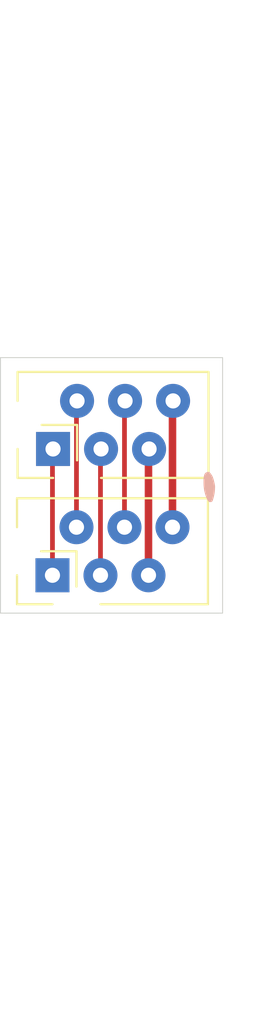
<source format=kicad_pcb>
(kicad_pcb (version 20171130) (host pcbnew 5.0.2-bee76a0~70~ubuntu18.04.1)

  (general
    (thickness 1.6)
    (drawings 4)
    (tracks 12)
    (zones 0)
    (modules 5)
    (nets 1)
  )

  (page A4)
  (layers
    (0 F.Cu signal)
    (31 B.Cu signal)
    (32 B.Adhes user)
    (33 F.Adhes user)
    (34 B.Paste user)
    (35 F.Paste user)
    (36 B.SilkS user)
    (37 F.SilkS user)
    (38 B.Mask user)
    (39 F.Mask user)
    (40 Dwgs.User user)
    (41 Cmts.User user)
    (42 Eco1.User user)
    (43 Eco2.User user)
    (44 Edge.Cuts user)
    (45 Margin user)
    (46 B.CrtYd user)
    (47 F.CrtYd user)
    (48 B.Fab user)
    (49 F.Fab user)
  )

  (setup
    (last_trace_width 0.25)
    (trace_clearance 0.2)
    (zone_clearance 0.508)
    (zone_45_only no)
    (trace_min 0.2)
    (segment_width 0.2)
    (edge_width 0.05)
    (via_size 0.8)
    (via_drill 0.4)
    (via_min_size 0.4)
    (via_min_drill 0.3)
    (uvia_size 0.3)
    (uvia_drill 0.1)
    (uvias_allowed no)
    (uvia_min_size 0.2)
    (uvia_min_drill 0.1)
    (pcb_text_width 0.3)
    (pcb_text_size 1.5 1.5)
    (mod_edge_width 0.12)
    (mod_text_size 1 1)
    (mod_text_width 0.15)
    (pad_size 1.524 1.524)
    (pad_drill 0.762)
    (pad_to_mask_clearance 0.051)
    (solder_mask_min_width 0.25)
    (aux_axis_origin 0 0)
    (visible_elements FFFBFF7F)
    (pcbplotparams
      (layerselection 0x010fc_ffffffff)
      (usegerberextensions false)
      (usegerberattributes false)
      (usegerberadvancedattributes false)
      (creategerberjobfile false)
      (excludeedgelayer true)
      (linewidth 0.150000)
      (plotframeref false)
      (viasonmask false)
      (mode 1)
      (useauxorigin false)
      (hpglpennumber 1)
      (hpglpenspeed 20)
      (hpglpendiameter 15.000000)
      (psnegative false)
      (psa4output false)
      (plotreference true)
      (plotvalue true)
      (plotinvisibletext false)
      (padsonsilk false)
      (subtractmaskfromsilk false)
      (outputformat 1)
      (mirror false)
      (drillshape 0)
      (scaleselection 1)
      (outputdirectory ""))
  )

  (net 0 "")

  (net_class Default "This is the default net class."
    (clearance 0.2)
    (trace_width 0.25)
    (via_dia 0.8)
    (via_drill 0.4)
    (uvia_dia 0.3)
    (uvia_drill 0.1)
  )

  (module custom_lib:TE-Connectivity_Micro-Match_connector_02x03_Pitch_1.27mm (layer F.Cu) (tedit 59BA7DB1) (tstamp 5CD5AB9F)
    (at 136.9695 88.0745 90)
    (descr "TE-Connectivity Micro-Match connector, female, 02x02, board mount, 1.27mm pitch, 215079-6")
    (tags "connector, TE-Connectivity, female")
    (fp_text reference REF** (at -2.8205 2.5875 180) (layer F.SilkS) hide
      (effects (font (size 1 1) (thickness 0.15)))
    )
    (fp_text value TE-Connectivity_Micro-Match_connector_02x03_Pitch_1.27mm (at 0 9.8 90) (layer F.Fab)
      (effects (font (size 1 1) (thickness 0.15)))
    )
    (fp_line (start -1.8 8.725) (end -1.8 -2.475) (layer F.CrtYd) (width 0.05))
    (fp_line (start -1.8 8.725) (end 4.4 8.725) (layer F.CrtYd) (width 0.05))
    (fp_line (start -1.53 2.54) (end -1.53 8.225) (layer F.SilkS) (width 0.12))
    (fp_line (start -1.33 -1.675) (end -1.33 8.025) (layer F.Fab) (width 0.1))
    (fp_line (start -1.33 8.025) (end 3.87 8.025) (layer F.Fab) (width 0.1))
    (fp_line (start 3.87 -1.675) (end 3.87 8.025) (layer F.Fab) (width 0.1))
    (fp_line (start -1.33 -1.675) (end 3.87 -1.675) (layer F.Fab) (width 0.1))
    (fp_line (start -1.53 8.225) (end 4.07 8.225) (layer F.SilkS) (width 0.12))
    (fp_line (start 4.07 -1.875) (end 4.07 8.225) (layer F.SilkS) (width 0.12))
    (fp_line (start 2.54 -1.875) (end 4.07 -1.875) (layer F.SilkS) (width 0.12))
    (fp_line (start 1.27 -0.6) (end 1.27 1.27) (layer F.SilkS) (width 0.12))
    (fp_line (start 1.27 1.27) (end -0.6 1.27) (layer F.SilkS) (width 0.12))
    (fp_line (start -1.53 0) (end -1.53 -1.875) (layer F.SilkS) (width 0.12))
    (fp_line (start -1.53 -1.875) (end 0 -1.875) (layer F.SilkS) (width 0.12))
    (fp_line (start 4.4 8.725) (end 4.4 -2.475) (layer F.CrtYd) (width 0.05))
    (fp_line (start -1.8 -2.475) (end 4.4 -2.475) (layer F.CrtYd) (width 0.05))
    (fp_text user %R (at -2.8205 2.5875 180) (layer F.Fab)
      (effects (font (size 1 1) (thickness 0.15)))
    )
    (pad 6 thru_hole circle (at 2.54 6.35 90) (size 1.8 1.8) (drill 0.8001) (layers *.Cu *.Mask))
    (pad 5 thru_hole circle (at 0 5.08 90) (size 1.8 1.8) (drill 0.8001) (layers *.Cu *.Mask))
    (pad 1 thru_hole rect (at 0 0 90) (size 1.8 1.8) (drill 0.8001) (layers *.Cu *.Mask))
    (pad 2 thru_hole circle (at 2.54 1.27 90) (size 1.8 1.8) (drill 0.8001) (layers *.Cu *.Mask))
    (pad 3 thru_hole circle (at 0 2.54 90) (size 1.8 1.8) (drill 0.8001) (layers *.Cu *.Mask))
    (pad 4 thru_hole circle (at 2.54 3.81 90) (size 1.8 1.8) (drill 0.8001) (layers *.Cu *.Mask))
    (pad "" np_thru_hole circle (at 1.8 -1.4 90) (size 1.5001 1.5001) (drill 1.5001) (layers *.Cu *.Mask))
    (model ../../_3Dmodels/Connectors_TE-Connectivity.3dshapes/c-215079-4-t-3d.wrl
      (at (xyz 0 0 0))
      (scale (xyz 1 1 1))
      (rotate (xyz 0 0 0))
    )
  )

  (module custom_lib:TE-Connectivity_Micro-Match_connector_02x03_Pitch_1.27mm (layer F.Cu) (tedit 59BA7DB1) (tstamp 5C613BDB)
    (at 136.9385 94.7475 90)
    (descr "TE-Connectivity Micro-Match connector, female, 02x02, board mount, 1.27mm pitch, 215079-6")
    (tags "connector, TE-Connectivity, female")
    (fp_text reference REF** (at -2.8205 2.5875 180) (layer F.SilkS) hide
      (effects (font (size 1 1) (thickness 0.15)))
    )
    (fp_text value TE-Connectivity_Micro-Match_connector_02x03_Pitch_1.27mm (at 0 9.8 90) (layer F.Fab)
      (effects (font (size 1 1) (thickness 0.15)))
    )
    (fp_text user %R (at -2.8205 2.5875 180) (layer F.Fab)
      (effects (font (size 1 1) (thickness 0.15)))
    )
    (fp_line (start -1.8 -2.475) (end 4.4 -2.475) (layer F.CrtYd) (width 0.05))
    (fp_line (start 4.4 8.725) (end 4.4 -2.475) (layer F.CrtYd) (width 0.05))
    (fp_line (start -1.53 -1.875) (end 0 -1.875) (layer F.SilkS) (width 0.12))
    (fp_line (start -1.53 0) (end -1.53 -1.875) (layer F.SilkS) (width 0.12))
    (fp_line (start 1.27 1.27) (end -0.6 1.27) (layer F.SilkS) (width 0.12))
    (fp_line (start 1.27 -0.6) (end 1.27 1.27) (layer F.SilkS) (width 0.12))
    (fp_line (start 2.54 -1.875) (end 4.07 -1.875) (layer F.SilkS) (width 0.12))
    (fp_line (start 4.07 -1.875) (end 4.07 8.225) (layer F.SilkS) (width 0.12))
    (fp_line (start -1.53 8.225) (end 4.07 8.225) (layer F.SilkS) (width 0.12))
    (fp_line (start -1.33 -1.675) (end 3.87 -1.675) (layer F.Fab) (width 0.1))
    (fp_line (start 3.87 -1.675) (end 3.87 8.025) (layer F.Fab) (width 0.1))
    (fp_line (start -1.33 8.025) (end 3.87 8.025) (layer F.Fab) (width 0.1))
    (fp_line (start -1.33 -1.675) (end -1.33 8.025) (layer F.Fab) (width 0.1))
    (fp_line (start -1.53 2.54) (end -1.53 8.225) (layer F.SilkS) (width 0.12))
    (fp_line (start -1.8 8.725) (end 4.4 8.725) (layer F.CrtYd) (width 0.05))
    (fp_line (start -1.8 8.725) (end -1.8 -2.475) (layer F.CrtYd) (width 0.05))
    (pad "" np_thru_hole circle (at 1.8 -1.4 90) (size 1.5001 1.5001) (drill 1.5001) (layers *.Cu *.Mask))
    (pad 4 thru_hole circle (at 2.54 3.81 90) (size 1.8 1.8) (drill 0.8001) (layers *.Cu *.Mask))
    (pad 3 thru_hole circle (at 0 2.54 90) (size 1.8 1.8) (drill 0.8001) (layers *.Cu *.Mask))
    (pad 2 thru_hole circle (at 2.54 1.27 90) (size 1.8 1.8) (drill 0.8001) (layers *.Cu *.Mask))
    (pad 1 thru_hole rect (at 0 0 90) (size 1.8 1.8) (drill 0.8001) (layers *.Cu *.Mask))
    (pad 5 thru_hole circle (at 0 5.08 90) (size 1.8 1.8) (drill 0.8001) (layers *.Cu *.Mask))
    (pad 6 thru_hole circle (at 2.54 6.35 90) (size 1.8 1.8) (drill 0.8001) (layers *.Cu *.Mask))
    (model ../../_3Dmodels/Connectors_TE-Connectivity.3dshapes/c-215079-4-t-3d.wrl
      (at (xyz 0 0 0))
      (scale (xyz 1 1 1))
      (rotate (xyz 0 0 0))
    )
  )

  (module custom_lib:R1_face_mask_5.5mm (layer B.Cu) (tedit 5A75A9C8) (tstamp 5C614341)
    (at 143.129 90.1065)
    (fp_text reference G*** (at 0 0) (layer B.SilkS) hide
      (effects (font (size 1.524 1.524) (thickness 0.3)) (justify mirror))
    )
    (fp_text value LOGO (at 0.75 0) (layer B.SilkS) hide
      (effects (font (size 1.524 1.524) (thickness 0.3)) (justify mirror))
    )
    (fp_poly (pts (xy 0.111411 2.752342) (xy 0.160303 2.750966) (xy 0.201791 2.748773) (xy 0.204248 2.748596)
      (xy 0.37073 2.731383) (xy 0.534856 2.704381) (xy 0.696263 2.667764) (xy 0.854589 2.621703)
      (xy 1.00947 2.566372) (xy 1.160545 2.501944) (xy 1.307451 2.42859) (xy 1.449824 2.346485)
      (xy 1.587304 2.255801) (xy 1.719526 2.15671) (xy 1.846128 2.049386) (xy 1.966748 1.934001)
      (xy 2.011488 1.887494) (xy 2.122388 1.762198) (xy 2.224852 1.63132) (xy 2.318766 1.495106)
      (xy 2.404014 1.353803) (xy 2.480485 1.207656) (xy 2.548064 1.056909) (xy 2.606637 0.90181)
      (xy 2.65609 0.742604) (xy 2.69631 0.579535) (xy 2.727184 0.412851) (xy 2.741027 0.31242)
      (xy 2.743688 0.284386) (xy 2.746056 0.247842) (xy 2.748107 0.204435) (xy 2.749818 0.155812)
      (xy 2.751168 0.103621) (xy 2.752131 0.049507) (xy 2.752687 -0.004881) (xy 2.75281 -0.057898)
      (xy 2.752479 -0.107897) (xy 2.751671 -0.153229) (xy 2.750362 -0.19225) (xy 2.748529 -0.223311)
      (xy 2.748521 -0.223409) (xy 2.730425 -0.387738) (xy 2.702523 -0.549947) (xy 2.665024 -0.709636)
      (xy 2.618137 -0.866405) (xy 2.562068 -1.019853) (xy 2.497026 -1.16958) (xy 2.42322 -1.315186)
      (xy 2.340858 -1.456271) (xy 2.250147 -1.592433) (xy 2.151295 -1.723273) (xy 2.044512 -1.848391)
      (xy 1.930005 -1.967385) (xy 1.807982 -2.079856) (xy 1.763827 -2.117365) (xy 1.632339 -2.220164)
      (xy 1.495556 -2.31437) (xy 1.35382 -2.399844) (xy 1.207475 -2.476444) (xy 1.056863 -2.54403)
      (xy 0.902328 -2.602462) (xy 0.744213 -2.651599) (xy 0.582861 -2.6913) (xy 0.418615 -2.721425)
      (xy 0.251818 -2.741834) (xy 0.23622 -2.74323) (xy 0.204605 -2.745421) (xy 0.165273 -2.747283)
      (xy 0.120337 -2.748791) (xy 0.071909 -2.749916) (xy 0.022102 -2.750634) (xy -0.026971 -2.750917)
      (xy -0.073198 -2.75074) (xy -0.114466 -2.750076) (xy -0.148662 -2.748899) (xy -0.161306 -2.748187)
      (xy -0.330938 -2.732042) (xy -0.497622 -2.706308) (xy -0.661092 -2.671099) (xy -0.821084 -2.626529)
      (xy -0.977333 -2.572712) (xy -1.129573 -2.509763) (xy -1.277539 -2.437796) (xy -1.420967 -2.356925)
      (xy -1.559592 -2.267265) (xy -1.693148 -2.168929) (xy -1.82137 -2.062031) (xy -1.882731 -2.006036)
      (xy -2.001121 -1.887867) (xy -2.111521 -1.763571) (xy -2.213759 -1.63351) (xy -2.307662 -1.498048)
      (xy -2.393057 -1.357546) (xy -2.469771 -1.212369) (xy -2.53763 -1.06288) (xy -2.596463 -0.909441)
      (xy -2.646096 -0.752416) (xy -2.686356 -0.592168) (xy -2.71707 -0.42906) (xy -2.738065 -0.263454)
      (xy -2.743516 -0.199168) (xy -2.745765 -0.158243) (xy -2.747194 -0.109784) (xy -2.747842 -0.055741)
      (xy -2.747746 0.001935) (xy -2.747155 0.04572) (xy -1.064134 0.04572) (xy -1.063913 -0.014867)
      (xy -1.0632 -0.067255) (xy -1.061846 -0.113398) (xy -1.059704 -0.155249) (xy -1.056624 -0.194763)
      (xy -1.052459 -0.233895) (xy -1.047061 -0.274598) (xy -1.040281 -0.318827) (xy -1.033317 -0.36068)
      (xy -1.008679 -0.485767) (xy -0.976828 -0.615784) (xy -0.938356 -0.749155) (xy -0.893854 -0.884306)
      (xy -0.843915 -1.01966) (xy -0.789131 -1.153644) (xy -0.730093 -1.284683) (xy -0.667395 -1.411201)
      (xy -0.601627 -1.531623) (xy -0.577862 -1.57226) (xy -0.55215 -1.61415) (xy -0.527608 -1.65107)
      (xy -0.502542 -1.685163) (xy -0.475261 -1.718577) (xy -0.444073 -1.753455) (xy -0.407286 -1.791944)
      (xy -0.393763 -1.805668) (xy -0.325461 -1.872063) (xy -0.259968 -1.930339) (xy -0.19582 -1.981594)
      (xy -0.131555 -2.026927) (xy -0.065708 -2.067436) (xy 0.003183 -2.10422) (xy 0.005625 -2.105432)
      (xy 0.072865 -2.136631) (xy 0.140523 -2.163591) (xy 0.209818 -2.186574) (xy 0.281972 -2.205841)
      (xy 0.358208 -2.221653) (xy 0.439746 -2.234271) (xy 0.527807 -2.243955) (xy 0.623614 -2.250968)
      (xy 0.704301 -2.254743) (xy 0.718468 -2.254065) (xy 0.739174 -2.251605) (xy 0.763042 -2.247805)
      (xy 0.776346 -2.245295) (xy 0.882126 -2.218969) (xy 0.986227 -2.182724) (xy 1.08874 -2.13652)
      (xy 1.189759 -2.080316) (xy 1.268715 -2.028715) (xy 1.304948 -2.002443) (xy 1.345856 -1.971048)
      (xy 1.390005 -1.935764) (xy 1.435964 -1.897826) (xy 1.482299 -1.858467) (xy 1.527577 -1.818921)
      (xy 1.570365 -1.780423) (xy 1.60923 -1.744207) (xy 1.64274 -1.711506) (xy 1.669357 -1.683669)
      (xy 1.719078 -1.626571) (xy 1.768026 -1.565833) (xy 1.815342 -1.502772) (xy 1.860168 -1.438702)
      (xy 1.901646 -1.374939) (xy 1.938916 -1.3128) (xy 1.97112 -1.2536) (xy 1.997399 -1.198654)
      (xy 2.015547 -1.15316) (xy 2.027166 -1.116683) (xy 2.033669 -1.08692) (xy 2.035291 -1.061946)
      (xy 2.032266 -1.039838) (xy 2.030229 -1.032655) (xy 2.021899 -0.999183) (xy 2.015174 -0.95585)
      (xy 2.010045 -0.902582) (xy 2.008557 -0.88048) (xy 2.006914 -0.857285) (xy 2.005091 -0.837827)
      (xy 2.003327 -0.824354) (xy 2.002048 -0.819279) (xy 1.995985 -0.815091) (xy 1.983461 -0.808816)
      (xy 1.971213 -0.803494) (xy 1.935191 -0.785805) (xy 1.90505 -0.764111) (xy 1.880055 -0.737333)
      (xy 1.859472 -0.704396) (xy 1.842567 -0.664221) (xy 1.828606 -0.615733) (xy 1.821731 -0.5842)
      (xy 1.813109 -0.529984) (xy 1.806872 -0.467299) (xy 1.803003 -0.397547) (xy 1.801488 -0.322131)
      (xy 1.80231 -0.242453) (xy 1.805454 -0.159917) (xy 1.810904 -0.075924) (xy 1.818644 0.008122)
      (xy 1.828658 0.090819) (xy 1.829391 0.096143) (xy 1.837683 0.147379) (xy 1.848851 0.201477)
      (xy 1.863299 0.260119) (xy 1.881436 0.324988) (xy 1.897507 0.378106) (xy 1.908001 0.413404)
      (xy 1.914749 0.439777) (xy 1.917856 0.457702) (xy 1.91763 0.467006) (xy 1.916992 0.474183)
      (xy 1.916273 0.490661) (xy 1.91549 0.515578) (xy 1.914662 0.548074) (xy 1.913807 0.587292)
      (xy 1.912943 0.632369) (xy 1.912087 0.682447) (xy 1.911258 0.736665) (xy 1.910474 0.794164)
      (xy 1.910024 0.83058) (xy 1.909099 0.905134) (xy 1.908178 0.970564) (xy 1.907209 1.027906)
      (xy 1.906143 1.078198) (xy 1.904928 1.122475) (xy 1.903514 1.161772) (xy 1.901851 1.197128)
      (xy 1.899886 1.229578) (xy 1.89757 1.260157) (xy 1.894853 1.289903) (xy 1.891682 1.319852)
      (xy 1.888009 1.351039) (xy 1.883781 1.384502) (xy 1.882415 1.395005) (xy 1.87345 1.457467)
      (xy 1.862637 1.522818) (xy 1.850663 1.587228) (xy 1.838216 1.646869) (xy 1.833201 1.66878)
      (xy 1.827194 1.69426) (xy 1.821859 1.716922) (xy 1.817719 1.734535) (xy 1.8153 1.744865)
      (xy 1.815099 1.745727) (xy 1.809514 1.755404) (xy 1.79677 1.76986) (xy 1.778059 1.788088)
      (xy 1.754573 1.80908) (xy 1.727505 1.83183) (xy 1.698047 1.855329) (xy 1.667391 1.87857)
      (xy 1.636729 1.900546) (xy 1.6129 1.916602) (xy 1.519663 1.971439) (xy 1.420366 2.018335)
      (xy 1.314885 2.057335) (xy 1.203099 2.088485) (xy 1.084885 2.111827) (xy 1.07442 2.113471)
      (xy 1.029797 2.119006) (xy 0.977546 2.123267) (xy 0.920123 2.126211) (xy 0.859984 2.127792)
      (xy 0.799587 2.127964) (xy 0.741389 2.126684) (xy 0.687846 2.123906) (xy 0.65532 2.121136)
      (xy 0.518305 2.103124) (xy 0.386889 2.077752) (xy 0.261374 2.045137) (xy 0.142065 2.005393)
      (xy 0.029262 1.958638) (xy -0.07673 1.904986) (xy -0.175609 1.844553) (xy -0.267072 1.777456)
      (xy -0.287693 1.760535) (xy -0.320882 1.731516) (xy -0.353274 1.700572) (xy -0.386365 1.66613)
      (xy -0.421651 1.626622) (xy -0.460628 1.580476) (xy -0.469483 1.56972) (xy -0.573094 1.437268)
      (xy -0.666621 1.304813) (xy -0.750142 1.172203) (xy -0.823732 1.039284) (xy -0.887467 0.905902)
      (xy -0.941423 0.771902) (xy -0.985676 0.637133) (xy -1.020303 0.501439) (xy -1.035661 0.42418)
      (xy -1.043138 0.381036) (xy -1.049213 0.342439) (xy -1.054025 0.306548) (xy -1.057713 0.271523)
      (xy -1.060415 0.235523) (xy -1.06227 0.196709) (xy -1.063415 0.153238) (xy -1.063991 0.103271)
      (xy -1.064134 0.04572) (xy -2.747155 0.04572) (xy -2.746944 0.061296) (xy -2.745474 0.120389)
      (xy -2.743376 0.177265) (xy -2.740686 0.229973) (xy -2.737444 0.276563) (xy -2.733686 0.315085)
      (xy -2.733418 0.31732) (xy -2.707944 0.486852) (xy -2.673272 0.652074) (xy -2.629371 0.813062)
      (xy -2.576208 0.969888) (xy -2.513751 1.122626) (xy -2.44197 1.27135) (xy -2.360831 1.416134)
      (xy -2.270303 1.557052) (xy -2.170354 1.694178) (xy -2.102843 1.778282) (xy -2.077746 1.807266)
      (xy -2.04654 1.841436) (xy -2.010746 1.879272) (xy -1.971884 1.919253) (xy -1.931477 1.959857)
      (xy -1.891045 1.999562) (xy -1.85211 2.036849) (xy -1.816192 2.070195) (xy -1.784814 2.09808)
      (xy -1.773202 2.107923) (xy -1.656874 2.200237) (xy -1.539865 2.283925) (xy -1.420014 2.360414)
      (xy -1.295164 2.43113) (xy -1.24206 2.45877) (xy -1.096799 2.527483) (xy -0.949547 2.586924)
      (xy -0.799455 2.63735) (xy -0.645676 2.679016) (xy -0.48736 2.712177) (xy -0.323658 2.737089)
      (xy -0.31224 2.738498) (xy -0.274326 2.742289) (xy -0.228213 2.745567) (xy -0.175852 2.748295)
      (xy -0.119194 2.750434) (xy -0.060188 2.751946) (xy -0.000785 2.752794) (xy 0.057065 2.752938)
      (xy 0.111411 2.752342)) (layer B.Mask) (width 0.01))
    (fp_poly (pts (xy -0.475534 -0.929926) (xy -0.460446 -0.941333) (xy -0.458211 -0.94361) (xy -0.442003 -0.964076)
      (xy -0.428697 -0.987188) (xy -0.418605 -1.011348) (xy -0.412039 -1.03496) (xy -0.409309 -1.056426)
      (xy -0.410726 -1.07415) (xy -0.416603 -1.086535) (xy -0.42725 -1.091983) (xy -0.42926 -1.092103)
      (xy -0.436681 -1.08969) (xy -0.448182 -1.083702) (xy -0.449903 -1.082671) (xy -0.466901 -1.067908)
      (xy -0.482633 -1.046401) (xy -0.496083 -1.020683) (xy -0.506236 -0.993289) (xy -0.512079 -0.966754)
      (xy -0.512595 -0.943613) (xy -0.509997 -0.932595) (xy -0.502578 -0.925074) (xy -0.490334 -0.924345)
      (xy -0.475534 -0.929926)) (layer B.Mask) (width 0.01))
    (fp_poly (pts (xy 0.963667 -0.651102) (xy 0.976744 -0.654493) (xy 0.988048 -0.661622) (xy 0.990392 -0.663545)
      (xy 1.009692 -0.685382) (xy 1.019619 -0.709859) (xy 1.019926 -0.735768) (xy 1.010441 -0.761765)
      (xy 0.996012 -0.780859) (xy 0.977537 -0.792325) (xy 0.953024 -0.79721) (xy 0.942228 -0.79756)
      (xy 0.924829 -0.796947) (xy 0.913155 -0.793934) (xy 0.902794 -0.786758) (xy 0.893903 -0.778259)
      (xy 0.877278 -0.755369) (xy 0.869936 -0.730434) (xy 0.871832 -0.705206) (xy 0.882919 -0.681436)
      (xy 0.896859 -0.665951) (xy 0.908713 -0.656754) (xy 0.92003 -0.652033) (xy 0.93513 -0.650369)
      (xy 0.944667 -0.65024) (xy 0.963667 -0.651102)) (layer B.Mask) (width 0.01))
  )

  (module custom_lib:R1_ear_silk_5.5mm (layer B.Cu) (tedit 5A75A981) (tstamp 5C614360)
    (at 143.129 90.1065)
    (fp_text reference G*** (at 0 0) (layer B.SilkS) hide
      (effects (font (size 1.524 1.524) (thickness 0.3)) (justify mirror))
    )
    (fp_text value LOGO (at 0.75 0) (layer B.SilkS) hide
      (effects (font (size 1.524 1.524) (thickness 0.3)) (justify mirror))
    )
    (fp_poly (pts (xy 2.178201 0.770262) (xy 2.198348 0.768035) (xy 2.215863 0.764436) (xy 2.231188 0.758692)
      (xy 2.244766 0.750029) (xy 2.257039 0.737676) (xy 2.26845 0.72086) (xy 2.27944 0.698807)
      (xy 2.290453 0.670745) (xy 2.301931 0.635901) (xy 2.314316 0.593502) (xy 2.32805 0.542775)
      (xy 2.343577 0.482948) (xy 2.344299 0.480133) (xy 2.361506 0.407526) (xy 2.37554 0.335724)
      (xy 2.386689 0.262557) (xy 2.395238 0.18585) (xy 2.401474 0.103431) (xy 2.405609 0.01524)
      (xy 2.406717 -0.018405) (xy 2.407222 -0.044525) (xy 2.406933 -0.065749) (xy 2.405658 -0.084703)
      (xy 2.403208 -0.104014) (xy 2.399391 -0.126309) (xy 2.394016 -0.154217) (xy 2.392872 -0.16002)
      (xy 2.376391 -0.238711) (xy 2.358865 -0.313406) (xy 2.340546 -0.383339) (xy 2.321687 -0.447741)
      (xy 2.302541 -0.505845) (xy 2.283359 -0.556882) (xy 2.264394 -0.600085) (xy 2.2459 -0.634686)
      (xy 2.228657 -0.659293) (xy 2.217953 -0.672749) (xy 2.203677 -0.691717) (xy 2.187975 -0.713311)
      (xy 2.177487 -0.728152) (xy 2.151986 -0.762275) (xy 2.128222 -0.789201) (xy 2.106922 -0.808184)
      (xy 2.089823 -0.818106) (xy 2.077848 -0.820698) (xy 2.060149 -0.822358) (xy 2.045639 -0.822712)
      (xy 2.029049 -0.821866) (xy 2.013769 -0.819024) (xy 1.996746 -0.813303) (xy 1.974929 -0.803818)
      (xy 1.96596 -0.799618) (xy 1.943192 -0.787894) (xy 1.921706 -0.775181) (xy 1.904652 -0.763418)
      (xy 1.898199 -0.757955) (xy 1.875298 -0.72971) (xy 1.855228 -0.691883) (xy 1.837972 -0.64442)
      (xy 1.823507 -0.587269) (xy 1.814959 -0.54102) (xy 1.812442 -0.523764) (xy 1.810422 -0.505587)
      (xy 1.808848 -0.485174) (xy 1.807672 -0.461208) (xy 1.806843 -0.432375) (xy 1.806312 -0.397359)
      (xy 1.806029 -0.354844) (xy 1.805945 -0.303516) (xy 1.805945 -0.30226) (xy 1.806068 -0.245778)
      (xy 1.806514 -0.197431) (xy 1.807403 -0.155192) (xy 1.808857 -0.117037) (xy 1.810997 -0.080942)
      (xy 1.813942 -0.044882) (xy 1.817814 -0.006833) (xy 1.822734 0.035231) (xy 1.828823 0.083333)
      (xy 1.829068 0.085222) (xy 1.838126 0.142246) (xy 1.850976 0.204701) (xy 1.867031 0.270699)
      (xy 1.885706 0.338352) (xy 1.906413 0.405773) (xy 1.928565 0.471073) (xy 1.951577 0.532365)
      (xy 1.974862 0.587761) (xy 1.997832 0.635374) (xy 2.00303 0.645063) (xy 2.030897 0.689165)
      (xy 2.061983 0.726483) (xy 2.062588 0.727104) (xy 2.08538 0.748381) (xy 2.106068 0.762098)
      (xy 2.127763 0.769417) (xy 2.153575 0.771498) (xy 2.178201 0.770262)) (layer B.SilkS) (width 0.01))
  )

  (module custom_lib:R1_eyes_mask_5.5mm (layer B.Cu) (tedit 5AC8C270) (tstamp 5C614391)
    (at 143.129 90.1065)
    (fp_text reference G*** (at 0 0) (layer B.SilkS) hide
      (effects (font (size 1.524 1.524) (thickness 0.3)) (justify mirror))
    )
    (fp_text value LOGO (at 0.75 0) (layer B.SilkS) hide
      (effects (font (size 1.524 1.524) (thickness 0.3)) (justify mirror))
    )
    (fp_poly (pts (xy 0.918423 -0.401777) (xy 0.956263 -0.405066) (xy 0.976759 -0.408897) (xy 1.02839 -0.425874)
      (xy 1.07306 -0.449654) (xy 1.110646 -0.479527) (xy 1.141024 -0.514781) (xy 1.164071 -0.554703)
      (xy 1.179661 -0.598583) (xy 1.187672 -0.645708) (xy 1.18798 -0.695366) (xy 1.180461 -0.746846)
      (xy 1.16499 -0.799436) (xy 1.141445 -0.852424) (xy 1.109701 -0.905099) (xy 1.071669 -0.954398)
      (xy 1.022024 -1.005506) (xy 0.967034 -1.050255) (xy 0.907863 -1.088142) (xy 0.845678 -1.118666)
      (xy 0.781645 -1.141325) (xy 0.716929 -1.155617) (xy 0.652695 -1.161041) (xy 0.598218 -1.158169)
      (xy 0.543393 -1.147107) (xy 0.494297 -1.128036) (xy 0.451371 -1.101148) (xy 0.432887 -1.085333)
      (xy 0.40114 -1.051436) (xy 0.378 -1.016962) (xy 0.362118 -0.97932) (xy 0.352141 -0.935916)
      (xy 0.350986 -0.928145) (xy 0.348426 -0.873755) (xy 0.355286 -0.818691) (xy 0.370934 -0.763752)
      (xy 0.384275 -0.733475) (xy 0.749164 -0.733475) (xy 0.751545 -0.755112) (xy 0.764506 -0.799304)
      (xy 0.785689 -0.838657) (xy 0.814198 -0.872122) (xy 0.849137 -0.898653) (xy 0.88961 -0.917204)
      (xy 0.890453 -0.917481) (xy 0.910411 -0.92146) (xy 0.937461 -0.923152) (xy 0.955684 -0.922976)
      (xy 0.979938 -0.921571) (xy 0.998324 -0.918634) (xy 1.015122 -0.913176) (xy 1.03269 -0.905155)
      (xy 1.069679 -0.881788) (xy 1.100282 -0.851948) (xy 1.123754 -0.817048) (xy 1.139349 -0.778504)
      (xy 1.146322 -0.737728) (xy 1.143925 -0.696134) (xy 1.14367 -0.694722) (xy 1.130966 -0.652824)
      (xy 1.109644 -0.614438) (xy 1.080985 -0.581215) (xy 1.04627 -0.554806) (xy 1.027445 -0.544858)
      (xy 0.997518 -0.53535) (xy 0.962396 -0.530786) (xy 0.92579 -0.531225) (xy 0.891413 -0.536724)
      (xy 0.873531 -0.542426) (xy 0.838383 -0.561486) (xy 0.807691 -0.587944) (xy 0.78244 -0.620087)
      (xy 0.763613 -0.656199) (xy 0.752193 -0.694567) (xy 0.749164 -0.733475) (xy 0.384275 -0.733475)
      (xy 0.394736 -0.709736) (xy 0.426061 -0.657441) (xy 0.464274 -0.607666) (xy 0.508745 -0.561207)
      (xy 0.55884 -0.518864) (xy 0.613926 -0.481434) (xy 0.67337 -0.449716) (xy 0.736541 -0.424507)
      (xy 0.754886 -0.418701) (xy 0.791263 -0.410238) (xy 0.832757 -0.404503) (xy 0.876199 -0.401636)
      (xy 0.918423 -0.401777)) (layer B.Mask) (width 0.01))
    (fp_poly (pts (xy -0.706335 -0.5924) (xy -0.688801 -0.594815) (xy -0.672121 -0.600076) (xy -0.653322 -0.608404)
      (xy -0.603456 -0.63681) (xy -0.553972 -0.674026) (xy -0.505814 -0.718713) (xy -0.459923 -0.769536)
      (xy -0.417243 -0.825158) (xy -0.378715 -0.884244) (xy -0.345283 -0.945456) (xy -0.317888 -1.007459)
      (xy -0.297474 -1.068917) (xy -0.284982 -1.128492) (xy -0.284619 -1.131129) (xy -0.281851 -1.174196)
      (xy -0.285544 -1.212257) (xy -0.295407 -1.244427) (xy -0.311147 -1.269822) (xy -0.332475 -1.287556)
      (xy -0.336813 -1.289832) (xy -0.364781 -1.298318) (xy -0.396591 -1.299581) (xy -0.428811 -1.293488)
      (xy -0.42926 -1.293346) (xy -0.472797 -1.275057) (xy -0.51773 -1.247842) (xy -0.563119 -1.212665)
      (xy -0.608024 -1.170487) (xy -0.651505 -1.122272) (xy -0.692622 -1.068982) (xy -0.730435 -1.011579)
      (xy -0.764004 -0.951026) (xy -0.76446 -0.950119) (xy -0.789819 -0.895845) (xy -0.798289 -0.873574)
      (xy -0.644716 -0.873574) (xy -0.644457 -0.901315) (xy -0.641879 -0.929311) (xy -0.637433 -0.952702)
      (xy -0.627593 -0.982865) (xy -0.613001 -1.017156) (xy -0.595465 -1.051944) (xy -0.576792 -1.083596)
      (xy -0.561618 -1.105022) (xy -0.530105 -1.140806) (xy -0.498848 -1.168895) (xy -0.468494 -1.189)
      (xy -0.439691 -1.200834) (xy -0.413087 -1.204109) (xy -0.38933 -1.198538) (xy -0.373867 -1.188466)
      (xy -0.359233 -1.171999) (xy -0.349981 -1.152003) (xy -0.345394 -1.126313) (xy -0.344598 -1.100316)
      (xy -0.348416 -1.061085) (xy -0.358413 -1.020767) (xy -0.373735 -0.980451) (xy -0.393534 -0.941228)
      (xy -0.416958 -0.904188) (xy -0.443156 -0.870421) (xy -0.471277 -0.841018) (xy -0.500471 -0.817069)
      (xy -0.529887 -0.799664) (xy -0.558674 -0.789894) (xy -0.585981 -0.788849) (xy -0.587479 -0.789075)
      (xy -0.609774 -0.79761) (xy -0.62813 -0.814429) (xy -0.638195 -0.831686) (xy -0.642635 -0.849295)
      (xy -0.644716 -0.873574) (xy -0.798289 -0.873574) (xy -0.808495 -0.846742) (xy -0.821044 -0.80085)
      (xy -0.82802 -0.756209) (xy -0.829976 -0.71882) (xy -0.829853 -0.693734) (xy -0.828644 -0.67578)
      (xy -0.825892 -0.66195) (xy -0.821139 -0.649235) (xy -0.818557 -0.643751) (xy -0.807788 -0.626421)
      (xy -0.794329 -0.610733) (xy -0.788529 -0.605651) (xy -0.778226 -0.598608) (xy -0.768127 -0.594452)
      (xy -0.755061 -0.592443) (xy -0.735855 -0.591838) (xy -0.729359 -0.59182) (xy -0.706335 -0.5924)) (layer B.Mask) (width 0.01))
    (fp_poly (pts (xy 0.624692 -2.03183) (xy 0.628884 -2.037238) (xy 0.629842 -2.045434) (xy 0.625424 -2.050854)
      (xy 0.613375 -2.05871) (xy 0.595655 -2.068093) (xy 0.574225 -2.07809) (xy 0.551046 -2.087791)
      (xy 0.528078 -2.096284) (xy 0.507282 -2.102659) (xy 0.505917 -2.103013) (xy 0.462856 -2.110486)
      (xy 0.414361 -2.11286) (xy 0.363785 -2.110138) (xy 0.3175 -2.102965) (xy 0.2902 -2.097186)
      (xy 0.271309 -2.092973) (xy 0.259286 -2.08984) (xy 0.252588 -2.087302) (xy 0.249673 -2.084876)
      (xy 0.248999 -2.082076) (xy 0.248997 -2.081433) (xy 0.250026 -2.073727) (xy 0.253898 -2.069084)
      (xy 0.26214 -2.067369) (xy 0.276276 -2.068449) (xy 0.297832 -2.07219) (xy 0.31496 -2.075657)
      (xy 0.373922 -2.085109) (xy 0.427388 -2.087441) (xy 0.477312 -2.082442) (xy 0.525646 -2.069901)
      (xy 0.574342 -2.049609) (xy 0.579221 -2.047188) (xy 0.601207 -2.036758) (xy 0.615915 -2.031654)
      (xy 0.624692 -2.03183)) (layer B.Mask) (width 0.06))
  )

  (gr_line (start 134.1885 96.7475) (end 134.1885 83.2475) (layer Edge.Cuts) (width 0.05))
  (gr_line (start 145.9385 96.7475) (end 134.1885 96.7475) (layer Edge.Cuts) (width 0.05))
  (gr_line (start 145.9385 83.2475) (end 145.9385 96.7475) (layer Edge.Cuts) (width 0.05))
  (gr_line (start 134.1885 83.2475) (end 145.9385 83.2475) (layer Edge.Cuts) (width 0.05))

  (segment (start 136.9385 88.1055) (end 136.9695 88.0745) (width 0.25) (layer F.Cu) (net 0))
  (segment (start 136.9385 94.7475) (end 136.9385 88.1055) (width 0.25) (layer F.Cu) (net 0))
  (segment (start 138.2085 85.5655) (end 138.2395 85.5345) (width 0.25) (layer F.Cu) (net 0))
  (segment (start 138.2085 92.2075) (end 138.2085 85.5655) (width 0.25) (layer F.Cu) (net 0))
  (segment (start 139.4785 88.1055) (end 139.5095 88.0745) (width 0.25) (layer F.Cu) (net 0))
  (segment (start 139.4785 94.7475) (end 139.4785 88.1055) (width 0.25) (layer F.Cu) (net 0))
  (segment (start 140.7485 85.5655) (end 140.7795 85.5345) (width 0.25) (layer F.Cu) (net 0))
  (segment (start 140.7485 92.2075) (end 140.7485 85.5655) (width 0.25) (layer F.Cu) (net 0))
  (segment (start 142.0185 88.1055) (end 142.0495 88.0745) (width 0.25) (layer F.Cu) (net 0))
  (segment (start 142.0185 94.7475) (end 142.0185 88.1055) (width 0.4) (layer F.Cu) (net 0))
  (segment (start 143.2885 85.5655) (end 143.3195 85.5345) (width 0.25) (layer F.Cu) (net 0))
  (segment (start 143.2885 92.2075) (end 143.2885 85.5655) (width 0.4) (layer F.Cu) (net 0))

)

</source>
